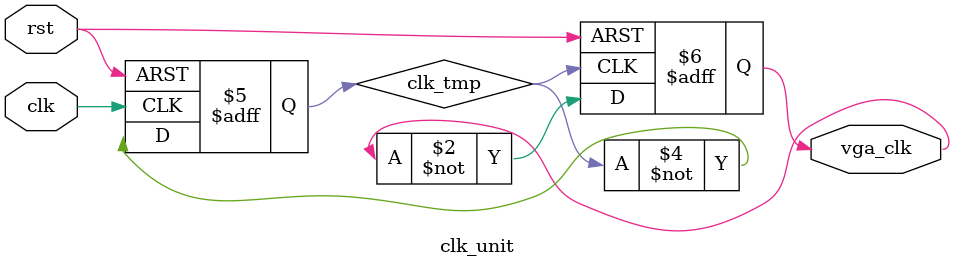
<source format=v>
`timescale 1ns / 1ps

 // fengping 100M to 25M
 // four part
module clk_unit(
    input clk,
    input rst,
    output vga_clk
    );
    reg vga_clk;
    reg clk_tmp;
    always@(posedge clk_tmp or posedge rst)begin
        if(rst)
            vga_clk<=0;
         else
            vga_clk<=~vga_clk;
      end
      
      always@(posedge  clk or posedge rst)begin
           if(rst)
                clk_tmp<=0;
            else
                clk_tmp<=~clk_tmp;
        end
endmodule

</source>
